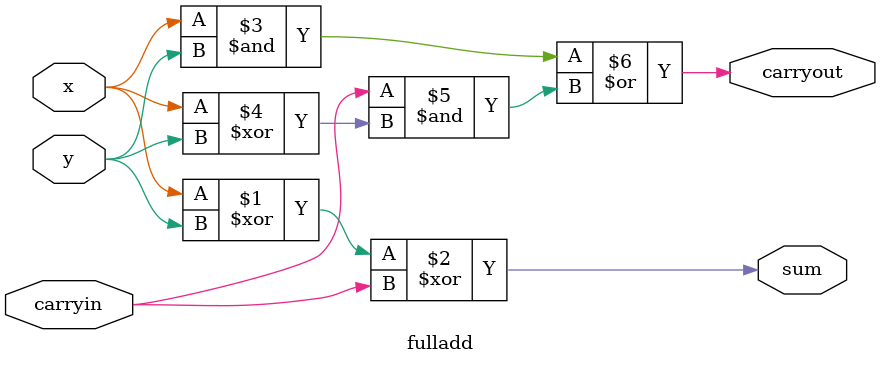
<source format=v>
module problem1(S,Cout, A, B, Cin); 

    input Cin; 
    input [7:0]A,B;
    
    output [7:0]S;
    output Cout; 
    wire Cout0, Cout1, Cout2, Cout3, Cout4, Cout5, Cout6; 
    
    // A = 8b10110101
    // B = 8b10100111
    
    fulladd stage0 (S[0], Cout0, A[0], B[0], Cin); 
    fulladd stage1 (S[1], Cout1, A[1], B[1], Cout0); 
    fulladd stage2 (S[2], Cout2, A[2], B[2], Cout1);
    fulladd stage3 (S[3], Cout3, A[3], B[3], Cout2);
    fulladd stage4 (S[4], Cout4, A[4], B[4], Cout3);
    fulladd stage5 (S[5], Cout5, A[5], B[5], Cout4);
    fulladd stage6 (S[6], Cout6, A[6], B[6], Cout5);
    fulladd stage7 (S[7], Cout,  A[7], B[7], Cout6); 
    
endmodule


// This module implements a 1-bit full adder

module fulladd(sum, carryout, x, y, carryin); 
   
   input x, y, carryin; 
   output sum, carryout;
 
   assign sum = x ^ y ^ carryin; 
   assign carryout = (x & y) | (carryin & (x ^ y)); 
   
endmodule
</source>
